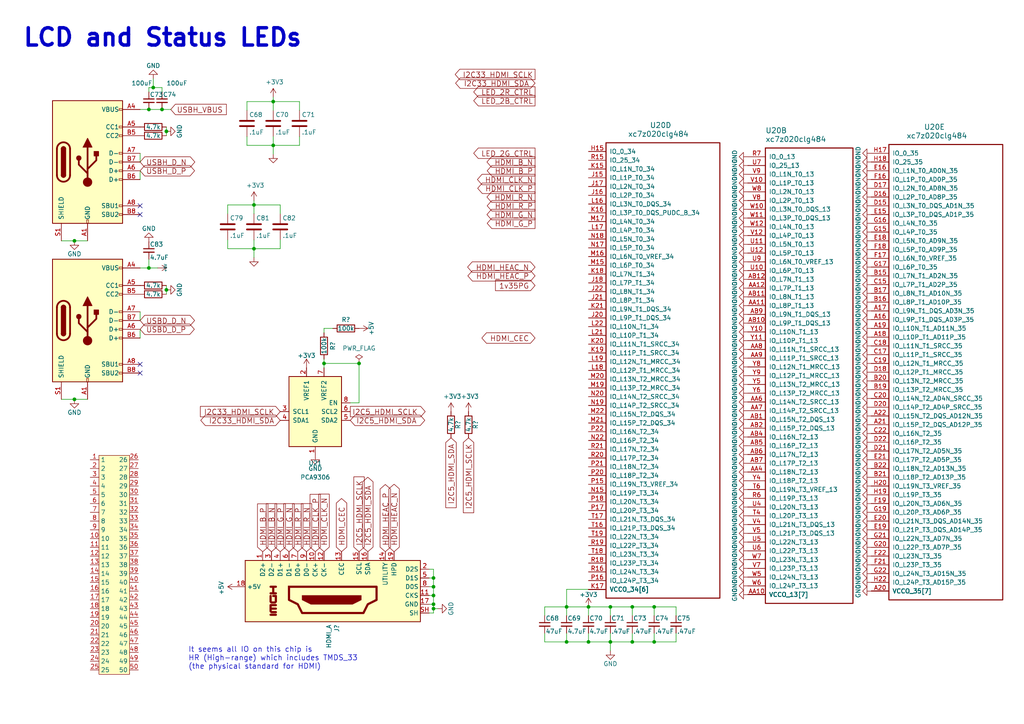
<source format=kicad_sch>
(kicad_sch (version 20230121) (generator eeschema)
  (paper "A4")
  (junction (at 104.14 105.41))
  (junction (at 125.73 172.72))
  (junction (at 183.388 176.022))
  (junction (at 125.73 175.26))
  (junction (at 43.18 31.75))
  (junction (at 48.26 84.074))
  (junction (at 79.248 42.164))
  (junction (at 21.59 69.85))
  (junction (at 164.338 186.182))
  (junction (at 125.73 170.18))
  (junction (at 177.038 176.022))
  (junction (at 73.66 59.436))
  (junction (at 125.73 167.64))
  (junction (at 79.248 29.464))
  (junction (at 43.18 77.724))
  (junction (at 177.038 186.182))
  (junction (at 21.59 115.824))
  (junction (at 170.688 176.022))
  (junction (at 93.98 105.41))
  (junction (at 125.73 176.53))
  (junction (at 73.66 72.136))
  (junction (at 46.99 31.75))
  (junction (at 189.738 176.022))
  (junction (at 164.338 176.022))
  (junction (at 189.738 186.182))
  (junction (at 48.26 38.1))
  (junction (at 183.388 186.182))
  (junction (at 170.688 186.182))
  (junction (at 44.45 25.4))
  (no_connect (at 40.64 59.69))
  (no_connect (at 40.64 108.204))
  (no_connect (at 40.64 62.23))
  (no_connect (at 40.64 105.664))
  (wire (pts (xy 48.26 82.804) (xy 48.26 84.074)))
  (wire (pts (xy 40.64 49.53) (xy 40.64 52.07)))
  (wire (pts (xy 125.73 177.8) (xy 125.73 176.53)))
  (wire (pts (xy 164.338 183.642) (xy 164.338 186.182)))
  (wire (pts (xy 96.52 95.25) (xy 93.98 95.25)))
  (wire (pts (xy 48.26 38.1) (xy 48.26 39.37)))
  (wire (pts (xy 93.98 105.41) (xy 104.14 105.41)))
  (wire (pts (xy 43.18 31.75) (xy 46.99 31.75)))
  (wire (pts (xy 124.46 172.72) (xy 125.73 172.72)))
  (wire (pts (xy 177.038 186.182) (xy 183.388 186.182)))
  (wire (pts (xy 170.688 176.022) (xy 170.688 178.562)))
  (wire (pts (xy 79.248 29.464) (xy 79.248 32.004)))
  (wire (pts (xy 17.78 69.85) (xy 21.59 69.85)))
  (wire (pts (xy 170.688 170.942) (xy 164.338 170.942)))
  (wire (pts (xy 93.98 104.14) (xy 93.98 105.41)))
  (wire (pts (xy 73.66 59.436) (xy 73.66 61.976)))
  (wire (pts (xy 73.66 69.596) (xy 73.66 72.136)))
  (wire (pts (xy 17.78 115.824) (xy 21.59 115.824)))
  (wire (pts (xy 79.248 39.624) (xy 79.248 42.164)))
  (wire (pts (xy 170.688 183.642) (xy 170.688 186.182)))
  (wire (pts (xy 104.14 116.84) (xy 101.6 116.84)))
  (wire (pts (xy 164.338 176.022) (xy 170.688 176.022)))
  (wire (pts (xy 125.73 176.53) (xy 125.73 175.26)))
  (wire (pts (xy 73.66 74.676) (xy 73.66 72.136)))
  (wire (pts (xy 93.98 95.25) (xy 93.98 96.52)))
  (wire (pts (xy 196.088 186.182) (xy 196.088 183.642)))
  (wire (pts (xy 127 176.53) (xy 125.73 176.53)))
  (wire (pts (xy 157.988 178.562) (xy 157.988 176.022)))
  (wire (pts (xy 157.988 186.182) (xy 157.988 183.642)))
  (wire (pts (xy 79.248 42.164) (xy 86.868 42.164)))
  (wire (pts (xy 183.388 186.182) (xy 189.738 186.182)))
  (wire (pts (xy 66.04 72.136) (xy 73.66 72.136)))
  (wire (pts (xy 157.988 176.022) (xy 164.338 176.022)))
  (wire (pts (xy 177.038 176.022) (xy 177.038 178.562)))
  (wire (pts (xy 86.868 32.004) (xy 86.868 29.464)))
  (wire (pts (xy 48.26 84.074) (xy 48.26 85.344)))
  (wire (pts (xy 66.04 69.596) (xy 66.04 72.136)))
  (wire (pts (xy 124.46 177.8) (xy 125.73 177.8)))
  (wire (pts (xy 170.688 176.022) (xy 177.038 176.022)))
  (wire (pts (xy 21.59 69.85) (xy 25.4 69.85)))
  (wire (pts (xy 177.038 186.182) (xy 177.038 188.722)))
  (wire (pts (xy 124.46 170.18) (xy 125.73 170.18)))
  (wire (pts (xy 43.18 77.724) (xy 45.72 77.724)))
  (wire (pts (xy 81.28 72.136) (xy 81.28 69.596)))
  (wire (pts (xy 189.738 186.182) (xy 196.088 186.182)))
  (wire (pts (xy 21.59 115.824) (xy 25.4 115.824)))
  (wire (pts (xy 170.688 186.182) (xy 177.038 186.182)))
  (wire (pts (xy 40.64 44.45) (xy 40.64 46.99)))
  (wire (pts (xy 177.038 176.022) (xy 183.388 176.022)))
  (wire (pts (xy 79.248 29.464) (xy 86.868 29.464)))
  (wire (pts (xy 86.868 42.164) (xy 86.868 39.624)))
  (wire (pts (xy 66.04 59.436) (xy 73.66 59.436)))
  (wire (pts (xy 157.988 186.182) (xy 164.338 186.182)))
  (wire (pts (xy 40.64 90.424) (xy 40.64 92.964)))
  (wire (pts (xy 125.73 175.26) (xy 125.73 172.72)))
  (wire (pts (xy 164.338 170.942) (xy 164.338 176.022)))
  (wire (pts (xy 73.66 58.166) (xy 73.66 59.436)))
  (wire (pts (xy 71.628 32.004) (xy 71.628 29.464)))
  (wire (pts (xy 177.038 183.642) (xy 177.038 186.182)))
  (wire (pts (xy 71.628 29.464) (xy 79.248 29.464)))
  (wire (pts (xy 79.248 28.194) (xy 79.248 29.464)))
  (wire (pts (xy 183.388 176.022) (xy 189.738 176.022)))
  (wire (pts (xy 66.04 61.976) (xy 66.04 59.436)))
  (wire (pts (xy 164.338 186.182) (xy 170.688 186.182)))
  (wire (pts (xy 183.388 176.022) (xy 183.388 178.562)))
  (wire (pts (xy 125.73 172.72) (xy 125.73 170.18)))
  (wire (pts (xy 73.66 59.436) (xy 81.28 59.436)))
  (wire (pts (xy 125.73 167.64) (xy 125.73 165.1)))
  (wire (pts (xy 125.73 175.26) (xy 124.46 175.26)))
  (wire (pts (xy 104.14 105.41) (xy 104.14 116.84)))
  (wire (pts (xy 44.45 25.4) (xy 46.99 25.4)))
  (wire (pts (xy 189.738 178.562) (xy 189.738 176.022)))
  (wire (pts (xy 81.28 61.976) (xy 81.28 59.436)))
  (wire (pts (xy 71.628 42.164) (xy 79.248 42.164)))
  (wire (pts (xy 71.628 39.624) (xy 71.628 42.164)))
  (wire (pts (xy 43.18 25.4) (xy 43.18 26.67)))
  (wire (pts (xy 46.99 31.75) (xy 49.53 31.75)))
  (wire (pts (xy 196.088 176.022) (xy 196.088 178.562)))
  (wire (pts (xy 40.64 31.75) (xy 43.18 31.75)))
  (wire (pts (xy 125.73 170.18) (xy 125.73 167.64)))
  (wire (pts (xy 43.18 75.184) (xy 43.18 77.724)))
  (wire (pts (xy 164.338 176.022) (xy 164.338 178.562)))
  (wire (pts (xy 43.18 25.4) (xy 44.45 25.4)))
  (wire (pts (xy 189.738 176.022) (xy 196.088 176.022)))
  (wire (pts (xy 44.45 22.86) (xy 44.45 25.4)))
  (wire (pts (xy 93.98 105.41) (xy 93.98 106.68)))
  (wire (pts (xy 73.66 72.136) (xy 81.28 72.136)))
  (wire (pts (xy 125.73 165.1) (xy 124.46 165.1)))
  (wire (pts (xy 40.64 77.724) (xy 43.18 77.724)))
  (wire (pts (xy 124.46 167.64) (xy 125.73 167.64)))
  (wire (pts (xy 189.738 183.642) (xy 189.738 186.182)))
  (wire (pts (xy 183.388 183.642) (xy 183.388 186.182)))
  (wire (pts (xy 48.26 36.83) (xy 48.26 38.1)))
  (wire (pts (xy 46.99 25.4) (xy 46.99 26.67)))
  (wire (pts (xy 79.248 44.704) (xy 79.248 42.164)))
  (wire (pts (xy 40.64 95.504) (xy 40.64 98.044)))
  (text "LCD and Status LEDs" (at 6.35 13.97 0) (effects (font (size 5.0038 5.0038) (thickness 1.0008) bold) (justify left bottom)))
  (text "It seems all IO on this chip is \nHR (High-range) which includes TMDS_33\n(the physical standard for HDMI)" (at 54.61 194.31 0) (effects (font (size 1.524 1.524)) (justify left bottom)))
  (global_label "USBH_D_P" (shape bidirectional) (at 40.64 49.53 0) (effects (font (size 1.524 1.524))) (property "Intersheetrefs" "${INTERSHEET_REFS}" (effects hide)))
  (global_label "HDMI_CLK_N" (shape output) (at 155.194 52.07 180) (effects (font (size 1.524 1.524))) (property "Intersheetrefs" "${INTERSHEET_REFS}" (effects hide)))
  (global_label "HDMI_CLK_P" (shape input) (at 91.44 160.02 90) (effects (font (size 1.524 1.524))) (property "Intersheetrefs" "${INTERSHEET_REFS}" (effects hide)))
  (global_label "I2C5_HDMI_SDA" (shape input) (at 130.81 127 270) (effects (font (size 1.524 1.524))) (property "Intersheetrefs" "${INTERSHEET_REFS}" (effects hide)))
  (global_label "I2C33_HDMI_SCLK" (shape input) (at 81.28 119.38 180) (effects (font (size 1.524 1.524))) (property "Intersheetrefs" "${INTERSHEET_REFS}" (effects hide)))
  (global_label "1v35PG" (shape input) (at 155.194 82.804 180) (effects (font (size 1.524 1.524))) (property "Intersheetrefs" "${INTERSHEET_REFS}" (effects hide)))
  (global_label "HDMI_CLK_N" (shape input) (at 93.98 160.02 90) (effects (font (size 1.524 1.524))) (property "Intersheetrefs" "${INTERSHEET_REFS}" (effects hide)))
  (global_label "I2C5_HDMI_SDA" (shape bidirectional) (at 101.6 121.92 0) (effects (font (size 1.524 1.524))) (property "Intersheetrefs" "${INTERSHEET_REFS}" (effects hide)))
  (global_label "HDMI_B_N" (shape output) (at 155.194 46.99 180) (effects (font (size 1.524 1.524))) (property "Intersheetrefs" "${INTERSHEET_REFS}" (effects hide)))
  (global_label "HDMI_HEAC_P" (shape bidirectional) (at 111.76 160.02 90) (effects (font (size 1.524 1.524))) (property "Intersheetrefs" "${INTERSHEET_REFS}" (effects hide)))
  (global_label "HDMI_R_P" (shape input) (at 86.36 160.02 90) (effects (font (size 1.524 1.524))) (property "Intersheetrefs" "${INTERSHEET_REFS}" (effects hide)))
  (global_label "HDMI_CEC" (shape bidirectional) (at 99.06 160.02 90) (effects (font (size 1.524 1.524))) (property "Intersheetrefs" "${INTERSHEET_REFS}" (effects hide)))
  (global_label "LED_2G_CTRL" (shape output) (at 155.194 44.45 180) (effects (font (size 1.524 1.524))) (property "Intersheetrefs" "${INTERSHEET_REFS}" (effects hide)))
  (global_label "HDMI_B_N" (shape input) (at 78.74 160.02 90) (effects (font (size 1.524 1.524))) (property "Intersheetrefs" "${INTERSHEET_REFS}" (effects hide)))
  (global_label "LED_2R_CTRL" (shape output) (at 155.194 26.67 180) (effects (font (size 1.524 1.524))) (property "Intersheetrefs" "${INTERSHEET_REFS}" (effects hide)))
  (global_label "HDMI_G_N" (shape output) (at 155.194 62.23 180) (effects (font (size 1.524 1.524))) (property "Intersheetrefs" "${INTERSHEET_REFS}" (effects hide)))
  (global_label "HDMI_R_P" (shape output) (at 155.194 59.69 180) (effects (font (size 1.524 1.524))) (property "Intersheetrefs" "${INTERSHEET_REFS}" (effects hide)))
  (global_label "USBH_VBUS" (shape input) (at 49.53 31.75 0) (effects (font (size 1.524 1.524))) (property "Intersheetrefs" "${INTERSHEET_REFS}" (effects hide)))
  (global_label "I2C5_HDMI_SCLK" (shape output) (at 101.6 119.38 0) (effects (font (size 1.524 1.524))) (property "Intersheetrefs" "${INTERSHEET_REFS}" (effects hide)))
  (global_label "HDMI_G_P" (shape input) (at 81.28 160.02 90) (effects (font (size 1.524 1.524))) (property "Intersheetrefs" "${INTERSHEET_REFS}" (effects hide)))
  (global_label "I2C33_HDMI_SCLK" (shape output) (at 155.194 21.59 180) (effects (font (size 1.524 1.524))) (property "Intersheetrefs" "${INTERSHEET_REFS}" (effects hide)))
  (global_label "HDMI_CLK_P" (shape output) (at 155.194 54.61 180) (effects (font (size 1.524 1.524))) (property "Intersheetrefs" "${INTERSHEET_REFS}" (effects hide)))
  (global_label "HDMI_R_N" (shape output) (at 155.194 57.15 180) (effects (font (size 1.524 1.524))) (property "Intersheetrefs" "${INTERSHEET_REFS}" (effects hide)))
  (global_label "HDMI_G_N" (shape input) (at 83.82 160.02 90) (effects (font (size 1.524 1.524))) (property "Intersheetrefs" "${INTERSHEET_REFS}" (effects hide)))
  (global_label "I2C5_HDMI_SDA" (shape bidirectional) (at 106.68 160.02 90) (effects (font (size 1.524 1.524))) (property "Intersheetrefs" "${INTERSHEET_REFS}" (effects hide)))
  (global_label "HDMI_B_P" (shape input) (at 76.2 160.02 90) (effects (font (size 1.524 1.524))) (property "Intersheetrefs" "${INTERSHEET_REFS}" (effects hide)))
  (global_label "HDMI_HEAC_N" (shape bidirectional) (at 155.194 77.47 180) (effects (font (size 1.524 1.524))) (property "Intersheetrefs" "${INTERSHEET_REFS}" (effects hide)))
  (global_label "I2C33_HDMI_SDA" (shape bidirectional) (at 81.28 121.92 180) (effects (font (size 1.524 1.524))) (property "Intersheetrefs" "${INTERSHEET_REFS}" (effects hide)))
  (global_label "HDMI_B_P" (shape output) (at 155.194 49.53 180) (effects (font (size 1.524 1.524))) (property "Intersheetrefs" "${INTERSHEET_REFS}" (effects hide)))
  (global_label "LED_2B_CTRL" (shape output) (at 155.194 29.21 180) (effects (font (size 1.524 1.524))) (property "Intersheetrefs" "${INTERSHEET_REFS}" (effects hide)))
  (global_label "USBD_D_N" (shape bidirectional) (at 40.64 92.964 0) (effects (font (size 1.524 1.524))) (property "Intersheetrefs" "${INTERSHEET_REFS}" (effects hide)))
  (global_label "HDMI_R_N" (shape input) (at 88.9 160.02 90) (effects (font (size 1.524 1.524))) (property "Intersheetrefs" "${INTERSHEET_REFS}" (effects hide)))
  (global_label "HDMI_HEAC_P" (shape bidirectional) (at 155.194 80.01 180) (effects (font (size 1.524 1.524))) (property "Intersheetrefs" "${INTERSHEET_REFS}" (effects hide)))
  (global_label "I2C5_HDMI_SCLK" (shape input) (at 104.14 160.02 90) (effects (font (size 1.524 1.524))) (property "Intersheetrefs" "${INTERSHEET_REFS}" (effects hide)))
  (global_label "I2C33_HDMI_SDA" (shape bidirectional) (at 155.194 24.13 180) (effects (font (size 1.524 1.524))) (property "Intersheetrefs" "${INTERSHEET_REFS}" (effects hide)))
  (global_label "HDMI_G_P" (shape output) (at 155.194 64.77 180) (effects (font (size 1.524 1.524))) (property "Intersheetrefs" "${INTERSHEET_REFS}" (effects hide)))
  (global_label "I2C5_HDMI_SCLK" (shape input) (at 135.89 127 270) (effects (font (size 1.524 1.524))) (property "Intersheetrefs" "${INTERSHEET_REFS}" (effects hide)))
  (global_label "HDMI_HEAC_N" (shape bidirectional) (at 114.3 160.02 90) (effects (font (size 1.524 1.524))) (property "Intersheetrefs" "${INTERSHEET_REFS}" (effects hide)))
  (global_label "USBH_D_N" (shape bidirectional) (at 40.64 46.99 0) (effects (font (size 1.524 1.524))) (property "Intersheetrefs" "${INTERSHEET_REFS}" (effects hide)))
  (global_label "USBD_D_P" (shape bidirectional) (at 40.64 95.504 0) (effects (font (size 1.524 1.524))) (property "Intersheetrefs" "${INTERSHEET_REFS}" (effects hide)))
  (global_label "HDMI_CEC" (shape bidirectional) (at 155.194 98.044 180) (effects (font (size 1.524 1.524))) (property "Intersheetrefs" "${INTERSHEET_REFS}" (effects hide)))
  (symbol (lib_id "xilinx7:xc7z020clg484") (at 216.916 45.466 0) (unit 2)
    (property "Reference" "U20" (at 221.996 37.846 0) (effects (font (size 1.524 1.524)) (justify left)))
    (property "Value" "xc7z020clg484" (at 221.996 40.386 0) (effects (font (size 1.524 1.524)) (justify left)))
    (property "Footprint" "DFTcustom:BGA-484_19.0x19.0mm_Layout22x22_P0.80mm_dia0.40mm" (effects hide))
    (property "MFR" "Xilinx" (effects hide))
    (property "MPN" "XC7Z020-1CLG484C" (effects hide))
    (property "SPR" "Digikey" (effects hide))
    (property "SPN" "122-1850-ND" (effects hide))
    (property "SPURL" "-" (effects hide))
  )
  (symbol (lib_id "Connector:HDMI_A") (at 96.52 170.18 90) (mirror x) (unit 1)
    (property "Reference" "J?" (at 97.6884 181.102 0) (effects (justify left)))
    (property "Value" "HDMI_A" (at 95.377 181.102 0) (effects (justify left)))
    (property "Footprint" "DFTcustom:10029449-111RLF" (effects hide))
    (property "Datasheet" "https://en.wikipedia.org/wiki/HDMI" (effects hide))
    (property "MFR" "Amphenol ICC" (effects hide))
    (property "MPN" "10029449-111RLF" (effects hide))
    (property "SPR" "Digikey" (effects hide))
    (property "SPN" "609-4614-1-ND" (effects hide))
    (property "SPURL" "-" (effects hide))
    (instances (project "DFTBoard" (path "" (reference "J?") (unit 1)) (path "" (reference "J9") (unit 1))))
  )
  (symbol (lib_id "power:+5V") (at 68.58 170.18 90) (mirror x) (unit 1)
    (property "Reference" "#PWR?" (effects hide))
    (property "Value" "+5V" (at 64.1858 170.561 0))
    (instances (project "DFTBoard" (path "" (reference "#PWR?") (unit 1)) (path "" (reference "#PWR0174") (unit 1))))
  )
  (symbol (lib_id "power:GND") (at 127 176.53 90) (mirror x) (unit 1)
    (property "Reference" "#PWR0175" (effects hide))
    (property "Value" "GND" (at 130.81 176.53 0))
    (instances (project "DFTBoard" (path "" (reference "#PWR0175") (unit 1)) (path "" (reference "#PWR?") (unit 1))))
  )
  (symbol (lib_id "xilinx7:xc7z020clg484") (at 170.688 43.942 0) (unit 4)
    (property "Reference" "U20" (at 188.468 36.322 0) (effects (font (size 1.524 1.524)) (justify left)))
    (property "Value" "xc7z020clg484" (at 182.118 38.862 0) (effects (font (size 1.524 1.524)) (justify left)))
    (property "Footprint" "DFTcustom:BGA-484_19.0x19.0mm_Layout22x22_P0.80mm_dia0.40mm" (effects hide))
    (property "MFR" "Xilinx" (effects hide))
    (property "MPN" "XC7Z020-1CLG484C" (effects hide))
    (property "SPR" "Digikey" (effects hide))
    (property "SPN" "122-1850-ND" (effects hide))
    (property "SPURL" "-" (effects hide))
  )
  (symbol (lib_id "xilinx7:xc7z020clg484") (at 252.73 44.45 0) (unit 5)
    (property "Reference" "U20" (at 267.97 36.83 0) (effects (font (size 1.524 1.524)) (justify left)))
    (property "Value" "xc7z020clg484" (at 262.89 39.37 0) (effects (font (size 1.524 1.524)) (justify left)))
    (property "Footprint" "DFTcustom:BGA-484_19.0x19.0mm_Layout22x22_P0.80mm_dia0.40mm" (effects hide))
    (property "MFR" "Xilinx" (effects hide))
    (property "MPN" "XC7Z020-1CLG484C" (effects hide))
    (property "SPR" "Digikey" (effects hide))
    (property "SPN" "122-1850-ND" (effects hide))
    (property "SPURL" "-" (effects hide))
  )
  (symbol (lib_id "Interface:PCA9306") (at 91.44 119.38 0) (unit 1)
    (property "Reference" "U21" (at 91.44 134.3406 0))
    (property "Value" "PCA9306" (at 91.44 138.43 0))
    (property "Footprint" "Package_SO:SSOP-8_2.95x2.8mm_P0.65mm" (effects hide))
    (property "Datasheet" "http://www.ti.com/lit/ds/symlink/pca9306.pdf" (effects hide))
    (property "MFR" "Texas Instruments" (effects hide))
    (property "MPN" "PCA9306DCTR" (effects hide))
    (property "SPR" "Digikey" (effects hide))
    (property "SPN" "296-18509-2-ND" (effects hide))
    (property "SPURL" "-" (effects hide))
  )
  (symbol (lib_id "power:+3V3") (at 88.9 106.68 0) (unit 1)
    (property "Reference" "#PWR0340" (effects hide))
    (property "Value" "+3.3V" (at 88.9 103.124 0))
  )
  (symbol (lib_id "power:+5V") (at 104.14 95.25 270) (unit 1)
    (property "Reference" "#PWR?" (effects hide))
    (property "Value" "+5V" (at 107.696 95.25 0))
    (instances (project "DFTBoard" (path "" (reference "#PWR?") (unit 1)) (path "" (reference "#PWR?") (unit 1)) (path "" (reference "#PWR0341") (unit 1))))
  )
  (symbol (lib_id "power:GND") (at 91.44 132.08 0) (mirror y) (unit 1)
    (property "Reference" "#PWR0342" (effects hide))
    (property "Value" "GND" (at 91.44 135.89 0))
    (instances (project "DFTBoard" (path "" (reference "#PWR0342") (unit 1)) (path "" (reference "#PWR?") (unit 1))))
  )
  (symbol (lib_id "power:GND") (at 252.73 44.45 270) (unit 1)
    (property "Reference" "#PWR0287" (effects hide))
    (property "Value" "GND" (at 248.92 44.45 0))
  )
  (symbol (lib_id "power:GND") (at 252.73 46.99 270) (unit 1)
    (property "Reference" "#PWR0288" (effects hide))
    (property "Value" "GND" (at 248.92 46.99 0))
  )
  (symbol (lib_id "power:GND") (at 252.73 49.53 270) (unit 1)
    (property "Reference" "#PWR0289" (effects hide))
    (property "Value" "GND" (at 248.92 49.53 0))
  )
  (symbol (lib_id "power:GND") (at 252.73 52.07 270) (unit 1)
    (property "Reference" "#PWR0290" (effects hide))
    (property "Value" "GND" (at 248.92 52.07 0))
  )
  (symbol (lib_id "power:GND") (at 252.73 54.61 270) (unit 1)
    (property "Reference" "#PWR0291" (effects hide))
    (property "Value" "GND" (at 248.92 54.61 0))
  )
  (symbol (lib_id "power:GND") (at 252.73 57.15 270) (unit 1)
    (property "Reference" "#PWR0292" (effects hide))
    (property "Value" "GND" (at 248.92 57.15 0))
  )
  (symbol (lib_id "power:GND") (at 252.73 59.69 270) (unit 1)
    (property "Reference" "#PWR0293" (effects hide))
    (property "Value" "GND" (at 248.92 59.69 0))
  )
  (symbol (lib_id "power:GND") (at 252.73 62.23 270) (unit 1)
    (property "Reference" "#PWR0294" (effects hide))
    (property "Value" "GND" (at 248.92 62.23 0))
  )
  (symbol (lib_id "power:GND") (at 252.73 64.77 270) (unit 1)
    (property "Reference" "#PWR0295" (effects hide))
    (property "Value" "GND" (at 248.92 64.77 0))
  )
  (symbol (lib_id "power:GND") (at 252.73 67.31 270) (unit 1)
    (property "Reference" "#PWR0296" (effects hide))
    (property "Value" "GND" (at 248.92 67.31 0))
  )
  (symbol (lib_id "power:GND") (at 252.73 69.85 270) (unit 1)
    (property "Reference" "#PWR0297" (effects hide))
    (property "Value" "GND" (at 248.92 69.85 0))
  )
  (symbol (lib_id "power:GND") (at 252.73 72.39 270) (unit 1)
    (property "Reference" "#PWR0298" (effects hide))
    (property "Value" "GND" (at 248.92 72.39 0))
  )
  (symbol (lib_id "power:GND") (at 252.73 74.93 270) (unit 1)
    (property "Reference" "#PWR0299" (effects hide))
    (property "Value" "GND" (at 248.92 74.93 0))
  )
  (symbol (lib_id "power:GND") (at 252.73 77.47 270) (unit 1)
    (property "Reference" "#PWR0300" (effects hide))
    (property "Value" "GND" (at 248.92 77.47 0))
  )
  (symbol (lib_id "power:GND") (at 252.73 80.01 270) (unit 1)
    (property "Reference" "#PWR0301" (effects hide))
    (property "Value" "GND" (at 248.92 80.01 0))
  )
  (symbol (lib_id "power:GND") (at 252.73 82.55 270) (unit 1)
    (property "Reference" "#PWR0302" (effects hide))
    (property "Value" "GND" (at 248.92 82.55 0))
  )
  (symbol (lib_id "power:GND") (at 252.73 85.09 270) (unit 1)
    (property "Reference" "#PWR0303" (effects hide))
    (property "Value" "GND" (at 248.92 85.09 0))
  )
  (symbol (lib_id "power:GND") (at 252.73 87.63 270) (unit 1)
    (property "Reference" "#PWR0304" (effects hide))
    (property "Value" "GND" (at 248.92 87.63 0))
  )
  (symbol (lib_id "power:GND") (at 252.73 90.17 270) (unit 1)
    (property "Reference" "#PWR0305" (effects hide))
    (property "Value" "GND" (at 248.92 90.17 0))
  )
  (symbol (lib_id "power:GND") (at 252.73 92.71 270) (unit 1)
    (property "Reference" "#PWR0306" (effects hide))
    (property "Value" "GND" (at 248.92 92.71 0))
  )
  (symbol (lib_id "power:GND") (at 252.73 95.25 270) (unit 1)
    (property "Reference" "#PWR0307" (effects hide))
    (property "Value" "GND" (at 248.92 95.25 0))
  )
  (symbol (lib_id "power:GND") (at 252.73 97.79 270) (unit 1)
    (property "Reference" "#PWR0308" (effects hide))
    (property "Value" "GND" (at 248.92 97.79 0))
  )
  (symbol (lib_id "power:GND") (at 252.73 100.33 270) (unit 1)
    (property "Reference" "#PWR0309" (effects hide))
    (property "Value" "GND" (at 248.92 100.33 0))
  )
  (symbol (lib_id "power:GND") (at 252.73 102.87 270) (unit 1)
    (property "Reference" "#PWR0310" (effects hide))
    (property "Value" "GND" (at 248.92 102.87 0))
  )
  (symbol (lib_id "power:GND") (at 252.73 105.41 270) (unit 1)
    (property "Reference" "#PWR0311" (effects hide))
    (property "Value" "GND" (at 248.92 105.41 0))
  )
  (symbol (lib_id "power:GND") (at 252.73 107.95 270) (unit 1)
    (property "Reference" "#PWR0312" (effects hide))
    (property "Value" "GND" (at 248.92 107.95 0))
  )
  (symbol (lib_id "power:GND") (at 252.73 110.49 270) (unit 1)
    (property "Reference" "#PWR0313" (effects hide))
    (property "Value" "GND" (at 248.92 110.49 0))
  )
  (symbol (lib_id "power:GND") (at 252.73 113.03 270) (unit 1)
    (property "Reference" "#PWR0314" (effects hide))
    (property "Value" "GND" (at 248.92 113.03 0))
  )
  (symbol (lib_id "power:GND") (at 252.73 115.57 270) (unit 1)
    (property "Reference" "#PWR0315" (effects hide))
    (property "Value" "GND" (at 248.92 115.57 0))
  )
  (symbol (lib_id "power:GND") (at 252.73 118.11 270) (unit 1)
    (property "Reference" "#PWR0316" (effects hide))
    (property "Value" "GND" (at 248.92 118.11 0))
  )
  (symbol (lib_id "power:GND") (at 252.73 120.65 270) (unit 1)
    (property "Reference" "#PWR0317" (effects hide))
    (property "Value" "GND" (at 248.92 120.65 0))
  )
  (symbol (lib_id "power:GND") (at 252.73 123.19 270) (unit 1)
    (property "Reference" "#PWR0318" (effects hide))
    (property "Value" "GND" (at 248.92 123.19 0))
  )
  (symbol (lib_id "power:GND") (at 252.73 125.73 270) (unit 1)
    (property "Reference" "#PWR0319" (effects hide))
    (property "Value" "GND" (at 248.92 125.73 0))
  )
  (symbol (lib_id "power:GND") (at 252.73 128.27 270) (unit 1)
    (property "Reference" "#PWR0320" (effects hide))
    (property "Value" "GND" (at 248.92 128.27 0))
  )
  (symbol (lib_id "power:GND") (at 252.73 130.81 270) (unit 1)
    (property "Reference" "#PWR0321" (effects hide))
    (property "Value" "GND" (at 248.92 130.81 0))
  )
  (symbol (lib_id "power:GND") (at 252.73 133.35 270) (unit 1)
    (property "Reference" "#PWR0322" (effects hide))
    (property "Value" "GND" (at 248.92 133.35 0))
  )
  (symbol (lib_id "power:GND") (at 252.73 135.89 270) (unit 1)
    (property "Reference" "#PWR0323" (effects hide))
    (property "Value" "GND" (at 248.92 135.89 0))
  )
  (symbol (lib_id "power:GND") (at 252.73 138.43 270) (unit 1)
    (property "Reference" "#PWR0324" (effects hide))
    (property "Value" "GND" (at 248.92 138.43 0))
  )
  (symbol (lib_id "power:GND") (at 252.73 140.97 270) (unit 1)
    (property "Reference" "#PWR0325" (effects hide))
    (property "Value" "GND" (at 248.92 140.97 0))
  )
  (symbol (lib_id "power:GND") (at 252.73 143.51 270) (unit 1)
    (property "Reference" "#PWR0326" (effects hide))
    (property "Value" "GND" (at 248.92 143.51 0))
  )
  (symbol (lib_id "power:GND") (at 252.73 146.05 270) (unit 1)
    (property "Reference" "#PWR0327" (effects hide))
    (property "Value" "GND" (at 248.92 146.05 0))
  )
  (symbol (lib_id "power:GND") (at 252.73 148.59 270) (unit 1)
    (property "Reference" "#PWR0328" (effects hide))
    (property "Value" "GND" (at 248.92 148.59 0))
  )
  (symbol (lib_id "power:GND") (at 252.73 151.13 270) (unit 1)
    (property "Reference" "#PWR0329" (effects hide))
    (property "Value" "GND" (at 248.92 151.13 0))
  )
  (symbol (lib_id "power:GND") (at 252.73 153.67 270) (unit 1)
    (property "Reference" "#PWR0330" (effects hide))
    (property "Value" "GND" (at 248.92 153.67 0))
  )
  (symbol (lib_id "power:GND") (at 252.73 156.21 270) (unit 1)
    (property "Reference" "#PWR0331" (effects hide))
    (property "Value" "GND" (at 248.92 156.21 0))
  )
  (symbol (lib_id "power:GND") (at 252.73 158.75 270) (unit 1)
    (property "Reference" "#PWR0332" (effects hide))
    (property "Value" "GND" (at 248.92 158.75 0))
  )
  (symbol (lib_id "power:GND") (at 252.73 161.29 270) (unit 1)
    (property "Reference" "#PWR0333" (effects hide))
    (property "Value" "GND" (at 248.92 161.29 0))
  )
  (symbol (lib_id "power:GND") (at 252.73 163.83 270) (unit 1)
    (property "Reference" "#PWR0334" (effects hide))
    (property "Value" "GND" (at 248.92 163.83 0))
  )
  (symbol (lib_id "power:GND") (at 252.73 166.37 270) (unit 1)
    (property "Reference" "#PWR0335" (effects hide))
    (property "Value" "GND" (at 248.92 166.37 0))
  )
  (symbol (lib_id "power:GND") (at 252.73 168.91 270) (unit 1)
    (property "Reference" "#PWR0336" (effects hide))
    (property "Value" "GND" (at 248.92 168.91 0))
  )
  (symbol (lib_id "power:GND") (at 252.73 171.45 270) (unit 1)
    (property "Reference" "#PWR0337" (effects hide))
    (property "Value" "GND" (at 248.92 171.45 0))
  )
  (symbol (lib_id "Device:R") (at 130.81 123.19 0) (unit 1)
    (property "Reference" "R?" (at 132.842 123.19 90))
    (property "Value" "4.7k" (at 130.81 123.19 90))
    (property "Footprint" "Resistor_SMD:R_0402_1005Metric" (effects hide))
    (property "MFR" "Yageo" (effects hide))
    (property "MPN" "RC0402JR-074K7L" (effects hide))
    (property "SPR" "Digikey" (effects hide))
    (property "SPN" "311-4.7KJRCT-ND" (effects hide))
    (instances (project "DFTBoard" (path "" (reference "R?") (unit 1)) (path "" (reference "R82") (unit 1)) (path "" (reference "R?") (unit 1)) (path "" (reference "R?") (unit 1))))
  )
  (symbol (lib_id "Device:R") (at 135.89 123.19 0) (unit 1)
    (property "Reference" "R?" (at 137.922 123.19 90))
    (property "Value" "4.7k" (at 135.89 123.19 90))
    (property "Footprint" "Resistor_SMD:R_0402_1005Metric" (effects hide))
    (property "MFR" "Yageo" (effects hide))
    (property "MPN" "RC0402JR-074K7L" (effects hide))
    (property "SPR" "Digikey" (effects hide))
    (property "SPN" "311-4.7KJRCT-ND" (effects hide))
    (instances (project "DFTBoard" (path "" (reference "R?") (unit 1)) (path "" (reference "R83") (unit 1)) (path "" (reference "R?") (unit 1)) (path "" (reference "R?") (unit 1))))
  )
  (symbol (lib_id "power:+3V3") (at 130.81 119.38 0) (unit 1)
    (property "Reference" "#PWR?" (effects hide))
    (property "Value" "+3.3V" (at 131.191 114.9858 0))
    (instances (project "DFTBoard" (path "" (reference "#PWR?") (unit 1)) (path "" (reference "#PWR?") (unit 1)) (path "" (reference "#PWR0344") (unit 1))))
  )
  (symbol (lib_id "power:+3V3") (at 135.89 119.38 0) (unit 1)
    (property "Reference" "#PWR?" (effects hide))
    (property "Value" "+3.3V" (at 136.271 114.9858 0))
    (instances (project "DFTBoard" (path "" (reference "#PWR?") (unit 1)) (path "" (reference "#PWR?") (unit 1)) (path "" (reference "#PWR0345") (unit 1))))
  )
  (symbol (lib_id "Device:R") (at 93.98 100.33 180) (unit 1)
    (property "Reference" "R?" (at 96.52 100.33 90))
    (property "Value" "100k" (at 93.98 100.33 90))
    (property "Footprint" "Resistor_SMD:R_0402_1005Metric" (effects hide))
    (property "MFR" "Yageo" (effects hide))
    (property "MPN" "RC0402FR-07100KL" (effects hide))
    (property "SPR" "Digikey" (effects hide))
    (property "SPN" "311-100KLRTR-ND" (effects hide))
    (instances (project "DFTBoard" (path "" (reference "R?") (unit 1)) (path "" (reference "R?") (unit 1)) (path "" (reference "R34") (unit 1))))
  )
  (symbol (lib_id "Device:R") (at 100.33 95.25 90) (unit 1)
    (property "Reference" "R?" (at 100.33 92.71 90))
    (property "Value" "100k" (at 100.33 95.25 90))
    (property "Footprint" "Resistor_SMD:R_0402_1005Metric" (effects hide))
    (property "MFR" "Yageo" (effects hide))
    (property "MPN" "RC0402FR-07100KL" (effects hide))
    (property "SPR" "Digikey" (effects hide))
    (property "SPN" "311-100KLRTR-ND" (effects hide))
    (instances (project "DFTBoard" (path "" (reference "R?") (unit 1)) (path "" (reference "R?") (unit 1)) (path "" (reference "R81") (unit 1))))
  )
  (symbol (lib_id "power:PWR_FLAG") (at 104.14 105.41 0) (unit 1)
    (property "Reference" "#FLG0102" (effects hide))
    (property "Value" "PWR_FLAG" (at 104.14 101.0158 0))
  )
  (symbol (lib_id "Device:C") (at 71.628 35.814 0) (unit 1)
    (property "Reference" "C68" (at 72.263 33.274 0) (effects (justify left)))
    (property "Value" ".1uF" (at 72.263 38.354 0) (effects (justify left)))
    (property "Footprint" "Capacitor_SMD:C_0402_1005Metric" (effects hide))
    (property "MFR" "Yageo" (effects hide))
    (property "MPN" "CC0402KRX7R6BB104" (effects hide))
    (property "SPR" "Digikey" (effects hide))
    (property "SPN" "311-1345-1-ND" (effects hide))
    (instances (project "DFTBoard" (path "" (reference "C68") (unit 1)) (path "" (reference "C?") (unit 1)) (path "" (reference "C16") (unit 1))))
  )
  (symbol (lib_id "power:GND") (at 216.916 169.926 270) (unit 1)
    (property "Reference" "#PWR0136" (effects hide))
    (property "Value" "GND" (at 213.106 169.926 0))
  )
  (symbol (lib_id "power:GND") (at 216.916 139.446 270) (unit 1)
    (property "Reference" "#PWR0124" (effects hide))
    (property "Value" "GND" (at 213.106 139.446 0))
  )
  (symbol (lib_id "power:GND") (at 73.66 74.676 0) (unit 1)
    (property "Reference" "#PWR0126" (effects hide))
    (property "Value" "GND" (effects hide))
    (instances (project "DFTBoard" (path "" (reference "#PWR0126") (unit 1)) (path "" (reference "#PWR067") (unit 1))))
  )
  (symbol (lib_id "Device:C_Small") (at 189.738 181.102 0) (unit 1)
    (property "Reference" "C74" (at 189.992 179.324 0) (effects (justify left)))
    (property "Value" ".47uF" (at 189.992 183.134 0) (effects (justify left)))
    (property "Footprint" "Capacitor_SMD:C_0402_1005Metric" (effects hide))
    (property "MFR" "Yageo" (effects hide))
    (property "MPN" "CC0402KRX5R5BB474" (effects hide))
    (property "SPR" "Digikey" (effects hide))
    (property "SPN" "311-1684-1-ND" (effects hide))
  )
  (symbol (lib_id "power:GND") (at 48.26 84.074 90) (unit 1)
    (property "Reference" "#PWR0114" (effects hide))
    (property "Value" "GND" (at 52.07 84.074 0))
    (instances (project "DFTBoard" (path "" (reference "#PWR0114") (unit 1)) (path "" (reference "#PWR069") (unit 1))))
  )
  (symbol (lib_id "Device:R") (at 44.45 36.83 90) (unit 1)
    (property "Reference" "R?" (effects hide))
    (property "Value" "4.7k" (at 44.45 36.83 90))
    (property "Footprint" "Resistor_SMD:R_0402_1005Metric" (effects hide))
    (property "MFR" "Yageo" (effects hide))
    (property "MPN" "RC0402JR-074K7L" (effects hide))
    (property "SPR" "Digikey" (effects hide))
    (property "SPN" "311-4.7KJRCT-ND" (effects hide))
    (instances (project "DFTBoard" (path "" (reference "R?") (unit 1)) (path "" (reference "R12") (unit 1)) (path "" (reference "R?") (unit 1)) (path "" (reference "R?") (unit 1))))
  )
  (symbol (lib_id "power:GND") (at 216.916 159.766 270) (unit 1)
    (property "Reference" "#PWR0132" (effects hide))
    (property "Value" "GND" (at 213.106 159.766 0))
  )
  (symbol (lib_id "Device:C_Small") (at 157.988 181.102 0) (unit 1)
    (property "Reference" "C68" (at 158.242 179.324 0) (effects (justify left)))
    (property "Value" "47uF" (at 158.242 183.134 0) (effects (justify left)))
    (property "Footprint" "Capacitor_SMD:C_1210_3225Metric" (effects hide))
    (property "MFR" "Murata Manufacturing Co Ltd" (effects hide))
    (property "MPN" "GRM32ER70J476ME20L" (effects hide))
    (property "SPR" "Digikey" (effects hide))
    (property "SPN" "490-6542-1-ND" (effects hide))
  )
  (symbol (lib_id "power:GND") (at 216.916 154.686 270) (unit 1)
    (property "Reference" "#PWR0130" (effects hide))
    (property "Value" "GND" (at 213.106 154.686 0))
  )
  (symbol (lib_id "Device:C_Small") (at 177.038 181.102 0) (unit 1)
    (property "Reference" "C71" (at 177.292 179.324 0) (effects (justify left)))
    (property "Value" ".47uF" (at 177.292 183.134 0) (effects (justify left)))
    (property "Footprint" "Capacitor_SMD:C_0402_1005Metric" (effects hide))
    (property "MFR" "Yageo" (effects hide))
    (property "MPN" "CC0402KRX5R5BB474" (effects hide))
    (property "SPR" "Digikey" (effects hide))
    (property "SPN" "311-1684-1-ND" (effects hide))
  )
  (symbol (lib_id "power:GND") (at 216.916 88.646 270) (unit 1)
    (property "Reference" "#PWR096" (effects hide))
    (property "Value" "GND" (at 213.106 88.646 0))
  )
  (symbol (lib_id "power:GND") (at 216.916 106.426 270) (unit 1)
    (property "Reference" "#PWR0107" (effects hide))
    (property "Value" "GND" (at 213.106 106.426 0))
  )
  (symbol (lib_id "power:GND") (at 216.916 75.946 270) (unit 1)
    (property "Reference" "#PWR088" (effects hide))
    (property "Value" "GND" (at 213.106 75.946 0))
  )
  (symbol (lib_id "power:GND") (at 216.916 152.146 270) (unit 1)
    (property "Reference" "#PWR0129" (effects hide))
    (property "Value" "GND" (at 213.106 152.146 0))
  )
  (symbol (lib_id "power:GND") (at 216.916 124.206 270) (unit 1)
    (property "Reference" "#PWR0118" (effects hide))
    (property "Value" "GND" (at 213.106 124.206 0))
  )
  (symbol (lib_id "Device:C_Small") (at 43.18 29.21 0) (unit 1)
    (property "Reference" "C73" (at 43.434 27.432 0) (effects (justify left)))
    (property "Value" "100uF" (at 38.1 24.13 0) (effects (justify left)))
    (property "Footprint" "Capacitor_SMD:C_1210_3225Metric" (effects hide))
    (property "MFR" "TAIYO YUDEN" (effects hide))
    (property "MPN" "JMK325ABJ107MM-P" (effects hide))
    (property "SPR" "Digikey" (effects hide))
    (property "SPN" "587-4313-1-ND" (effects hide))
    (instances (project "DFTBoard" (path "" (reference "C73") (unit 1)) (path "" (reference "C?") (unit 1)) (path "" (reference "C37") (unit 1))))
  )
  (symbol (lib_id "power:GND") (at 44.45 22.86 180) (unit 1)
    (property "Reference" "#PWR0114" (effects hide))
    (property "Value" "GND" (at 44.45 19.05 0))
    (instances (project "DFTBoard" (path "" (reference "#PWR0114") (unit 1)) (path "" (reference "#PWR063") (unit 1))))
  )
  (symbol (lib_id "power:GND") (at 216.916 86.106 270) (unit 1)
    (property "Reference" "#PWR095" (effects hide))
    (property "Value" "GND" (at 213.106 86.106 0))
  )
  (symbol (lib_id "power:GND") (at 216.916 78.486 270) (unit 1)
    (property "Reference" "#PWR089" (effects hide))
    (property "Value" "GND" (at 213.106 78.486 0))
  )
  (symbol (lib_id "power:GND") (at 216.916 116.586 270) (unit 1)
    (property "Reference" "#PWR0115" (effects hide))
    (property "Value" "GND" (at 213.106 116.586 0))
  )
  (symbol (lib_id "Device:C") (at 66.04 65.786 0) (unit 1)
    (property "Reference" "C79" (at 66.675 63.246 0) (effects (justify left)))
    (property "Value" ".1uF" (at 66.675 68.326 0) (effects (justify left)))
    (property "Footprint" "Capacitor_SMD:C_0402_1005Metric" (effects hide))
    (property "MFR" "Yageo" (effects hide))
    (property "MPN" "CC0402KRX7R6BB104" (effects hide))
    (property "SPR" "Digikey" (effects hide))
    (property "SPN" "311-1345-1-ND" (effects hide))
    (instances (project "DFTBoard" (path "" (reference "C79") (unit 1)) (path "" (reference "C?") (unit 1)) (path "" (reference "C43") (unit 1))))
  )
  (symbol (lib_id "power:GND") (at 43.18 70.104 180) (unit 1)
    (property "Reference" "#PWR0129" (effects hide))
    (property "Value" "GND" (at 43.18 66.294 0))
    (instances (project "DFTBoard" (path "" (reference "#PWR0129") (unit 1)) (path "" (reference "#PWR064") (unit 1))))
  )
  (symbol (lib_id "Device:C_Small") (at 164.338 181.102 0) (unit 1)
    (property "Reference" "C69" (at 164.592 179.324 0) (effects (justify left)))
    (property "Value" "4.7uF" (at 164.592 183.134 0) (effects (justify left)))
    (property "Footprint" "Capacitor_SMD:C_0402_1005Metric" (effects hide))
    (property "MFR" "Murata" (effects hide))
    (property "MPN" "GRM155R60G475ME47D" (effects hide))
    (property "SPR" "Digikey" (effects hide))
    (property "SPN" "490-11980-1-ND" (effects hide))
  )
  (symbol (lib_id "Device:C") (at 86.868 35.814 0) (unit 1)
    (property "Reference" "C71" (at 87.503 33.274 0) (effects (justify left)))
    (property "Value" ".1uF" (at 87.503 38.354 0) (effects (justify left)))
    (property "Footprint" "Capacitor_SMD:C_0402_1005Metric" (effects hide))
    (property "MFR" "Yageo" (effects hide))
    (property "MPN" "CC0402KRX7R6BB104" (effects hide))
    (property "SPR" "Digikey" (effects hide))
    (property "SPN" "311-1345-1-ND" (effects hide))
    (instances (project "DFTBoard" (path "" (reference "C71") (unit 1)) (path "" (reference "C?") (unit 1)) (path "" (reference "C36") (unit 1))))
  )
  (symbol (lib_id "power:GND") (at 216.916 119.126 270) (unit 1)
    (property "Reference" "#PWR0116" (effects hide))
    (property "Value" "GND" (at 213.106 119.126 0))
  )
  (symbol (lib_id "power:GND") (at 216.916 50.546 270) (unit 1)
    (property "Reference" "#PWR077" (effects hide))
    (property "Value" "GND" (at 213.106 50.546 0))
  )
  (symbol (lib_id "power:GND") (at 216.916 134.366 270) (unit 1)
    (property "Reference" "#PWR0122" (effects hide))
    (property "Value" "GND" (at 213.106 134.366 0))
  )
  (symbol (lib_id "power:GND") (at 79.248 44.704 0) (unit 1)
    (property "Reference" "#PWR0106" (effects hide))
    (property "Value" "GND" (effects hide))
    (instances (project "DFTBoard" (path "" (reference "#PWR0106") (unit 1)) (path "" (reference "#PWR062") (unit 1))))
  )
  (symbol (lib_id "power:GND") (at 216.916 96.266 270) (unit 1)
    (property "Reference" "#PWR099" (effects hide))
    (property "Value" "GND" (at 213.106 96.266 0))
  )
  (symbol (lib_id "power:GND") (at 21.59 69.85 0) (unit 1)
    (property "Reference" "#PWR0128" (effects hide))
    (property "Value" "GND" (at 21.59 73.66 0))
    (instances (project "DFTBoard" (path "" (reference "#PWR0128") (unit 1)) (path "" (reference "#PWR073") (unit 1))))
  )
  (symbol (lib_id "power:GND") (at 216.916 63.246 270) (unit 1)
    (property "Reference" "#PWR082" (effects hide))
    (property "Value" "GND" (at 213.106 63.246 0))
  )
  (symbol (lib_id "Device:R") (at 44.45 82.804 90) (unit 1)
    (property "Reference" "R?" (effects hide))
    (property "Value" "4.7k" (at 44.45 82.804 90))
    (property "Footprint" "Resistor_SMD:R_0402_1005Metric" (effects hide))
    (property "MFR" "Yageo" (effects hide))
    (property "MPN" "RC0402JR-074K7L" (effects hide))
    (property "SPR" "Digikey" (effects hide))
    (property "SPN" "311-4.7KJRCT-ND" (effects hide))
    (instances (project "DFTBoard" (path "" (reference "R?") (unit 1)) (path "" (reference "R13") (unit 1)) (path "" (reference "R?") (unit 1)) (path "" (reference "R?") (unit 1))))
  )
  (symbol (lib_id "power:GND") (at 216.916 73.406 270) (unit 1)
    (property "Reference" "#PWR087" (effects hide))
    (property "Value" "GND" (at 213.106 73.406 0))
  )
  (symbol (lib_id "power:GND") (at 216.916 65.786 270) (unit 1)
    (property "Reference" "#PWR083" (effects hide))
    (property "Value" "GND" (at 213.106 65.786 0))
  )
  (symbol (lib_id "power:+3V3") (at 73.66 58.166 0) (unit 1)
    (property "Reference" "#PWR0125" (effects hide))
    (property "Value" "+3.3V" (at 74.041 53.7718 0))
    (instances (project "DFTBoard" (path "" (reference "#PWR0125") (unit 1)) (path "" (reference "#PWR066") (unit 1))))
  )
  (symbol (lib_id "Device:C_Small") (at 170.688 181.102 0) (unit 1)
    (property "Reference" "C70" (at 170.942 179.324 0) (effects (justify left)))
    (property "Value" "4.7uF" (at 170.942 183.134 0) (effects (justify left)))
    (property "Footprint" "Capacitor_SMD:C_0402_1005Metric" (effects hide))
    (property "MFR" "Murata" (effects hide))
    (property "MPN" "GRM155R60G475ME47D" (effects hide))
    (property "SPR" "Digikey" (effects hide))
    (property "SPN" "490-11980-1-ND" (effects hide))
  )
  (symbol (lib_id "power:GND") (at 216.916 53.086 270) (unit 1)
    (property "Reference" "#PWR078" (effects hide))
    (property "Value" "GND" (at 213.106 53.086 0))
  )
  (symbol (lib_id "power:GND") (at 48.26 38.1 90) (unit 1)
    (property "Reference" "#PWR0114" (effects hide))
    (property "Value" "GND" (at 52.07 38.1 0))
    (instances (project "DFTBoard" (path "" (reference "#PWR0114") (unit 1)) (path "" (reference "#PWR068") (unit 1))))
  )
  (symbol (lib_id "power:GND") (at 216.916 136.906 270) (unit 1)
    (property "Reference" "#PWR0123" (effects hide))
    (property "Value" "GND" (at 213.106 136.906 0))
  )
  (symbol (lib_id "power:GND") (at 216.916 167.386 270) (unit 1)
    (property "Reference" "#PWR0135" (effects hide))
    (property "Value" "GND" (at 213.106 167.386 0))
  )
  (symbol (lib_id "power:GND") (at 216.916 141.986 270) (unit 1)
    (property "Reference" "#PWR0125" (effects hide))
    (property "Value" "GND" (at 213.106 141.986 0))
  )
  (symbol (lib_id "power:GND") (at 216.916 48.006 270) (unit 1)
    (property "Reference" "#PWR076" (effects hide))
    (property "Value" "GND" (at 213.106 48.006 0))
  )
  (symbol (lib_id "Device:R") (at 44.45 85.344 90) (unit 1)
    (property "Reference" "R?" (effects hide))
    (property "Value" "4.7k" (at 44.45 85.344 90))
    (property "Footprint" "Resistor_SMD:R_0402_1005Metric" (effects hide))
    (property "MFR" "Yageo" (effects hide))
    (property "MPN" "RC0402JR-074K7L" (effects hide))
    (property "SPR" "Digikey" (effects hide))
    (property "SPN" "311-4.7KJRCT-ND" (effects hide))
    (instances (project "DFTBoard" (path "" (reference "R?") (unit 1)) (path "" (reference "R14") (unit 1)) (path "" (reference "R?") (unit 1)) (path "" (reference "R?") (unit 1))))
  )
  (symbol (lib_id "power:GND") (at 177.038 188.722 0) (unit 1)
    (property "Reference" "#PWR071" (effects hide))
    (property "Value" "GND" (at 177.038 192.532 0))
  )
  (symbol (lib_id "power:GND") (at 216.916 91.186 270) (unit 1)
    (property "Reference" "#PWR097" (effects hide))
    (property "Value" "GND" (at 213.106 91.186 0))
  )
  (symbol (lib_id "power:GND") (at 216.916 101.346 270) (unit 1)
    (property "Reference" "#PWR0105" (effects hide))
    (property "Value" "GND" (at 213.106 101.346 0))
  )
  (symbol (lib_id "Device:C_Small") (at 46.99 29.21 0) (unit 1)
    (property "Reference" "C74" (at 47.244 27.432 0) (effects (justify left)))
    (property "Value" "100uF" (at 48.26 24.13 0) (effects (justify left)))
    (property "Footprint" "Capacitor_SMD:C_1210_3225Metric" (effects hide))
    (property "MFR" "TAIYO YUDEN" (effects hide))
    (property "MPN" "JMK325ABJ107MM-P" (effects hide))
    (property "SPR" "Digikey" (effects hide))
    (property "SPN" "587-4313-1-ND" (effects hide))
    (instances (project "DFTBoard" (path "" (reference "C74") (unit 1)) (path "" (reference "C?") (unit 1)) (path "" (reference "C40") (unit 1))))
  )
  (symbol (lib_id "power:+5V") (at 45.72 77.724 270) (unit 1)
    (property "Reference" "#PWR0181" (effects hide))
    (property "Value" "+5V" (at 48.006 77.724 0) (effects (font (size 0.762 0.762))))
    (instances (project "DFTBoard" (path "" (reference "#PWR0181") (unit 1)) (path "" (reference "#PWR065") (unit 1))))
  )
  (symbol (lib_id "power:GND") (at 216.916 45.466 270) (unit 1)
    (property "Reference" "#PWR075" (effects hide))
    (property "Value" "GND" (at 213.106 45.466 0))
  )
  (symbol (lib_id "Connector:USB_C_Receptacle_USB2.0") (at 25.4 92.964 0) (unit 1)
    (property "Reference" "J4" (effects hide))
    (property "Value" "USB_C_Receptacle_USB2.0" (effects hide))
    (property "Footprint" "Connector_USB:USB_C_Receptacle_G-Switch_GT-USB-7010ASV" (effects hide))
    (property "Datasheet" "https://www.usb.org/sites/default/files/documents/usb_type-c.zip" (effects hide))
  )
  (symbol (lib_id "power:+3V3") (at 79.248 28.194 0) (unit 1)
    (property "Reference" "#PWR0105" (effects hide))
    (property "Value" "+3.3V" (at 79.629 23.7998 0))
    (instances (project "DFTBoard" (path "" (reference "#PWR0105") (unit 1)) (path "" (reference "#PWR061") (unit 1))))
  )
  (symbol (lib_id "power:GND") (at 216.916 157.226 270) (unit 1)
    (property "Reference" "#PWR0131" (effects hide))
    (property "Value" "GND" (at 213.106 157.226 0))
  )
  (symbol (lib_id "Device:R") (at 44.45 39.37 90) (unit 1)
    (property "Reference" "R?" (effects hide))
    (property "Value" "4.7k" (at 44.45 39.37 90))
    (property "Footprint" "Resistor_SMD:R_0402_1005Metric" (effects hide))
    (property "MFR" "Yageo" (effects hide))
    (property "MPN" "RC0402JR-074K7L" (effects hide))
    (property "SPR" "Digikey" (effects hide))
    (property "SPN" "311-4.7KJRCT-ND" (effects hide))
    (instances (project "DFTBoard" (path "" (reference "R?") (unit 1)) (path "" (reference "R11") (unit 1)) (path "" (reference "R?") (unit 1)) (path "" (reference "R?") (unit 1))))
  )
  (symbol (lib_id "power:GND") (at 216.916 121.666 270) (unit 1)
    (property "Reference" "#PWR0117" (effects hide))
    (property "Value" "GND" (at 213.106 121.666 0))
  )
  (symbol (lib_id "power:GND") (at 216.916 172.466 270) (unit 1)
    (property "Reference" "#PWR0137" (effects hide))
    (property "Value" "GND" (at 213.106 172.466 0))
  )
  (symbol (lib_id "Device:C") (at 79.248 35.814 0) (unit 1)
    (property "Reference" "C70" (at 79.883 33.274 0) (effects (justify left)))
    (property "Value" ".1uF" (at 79.883 38.354 0) (effects (justify left)))
    (property "Footprint" "Capacitor_SMD:C_0402_1005Metric" (effects hide))
    (property "MFR" "Yageo" (effects hide))
    (property "MPN" "CC0402KRX7R6BB104" (effects hide))
    (property "SPR" "Digikey" (effects hide))
    (property "SPN" "311-1345-1-ND" (effects hide))
    (instances (project "DFTBoard" (path "" (reference "C70") (unit 1)) (path "" (reference "C?") (unit 1)) (path "" (reference "C21") (unit 1))))
  )
  (symbol (lib_id "Device:C_Small") (at 183.388 181.102 0) (unit 1)
    (property "Reference" "C73" (at 183.642 179.324 0) (effects (justify left)))
    (property "Value" ".47uF" (at 183.642 183.134 0) (effects (justify left)))
    (property "Footprint" "Capacitor_SMD:C_0402_1005Metric" (effects hide))
    (property "MFR" "Yageo" (effects hide))
    (property "MPN" "CC0402KRX5R5BB474" (effects hide))
    (property "SPR" "Digikey" (effects hide))
    (property "SPN" "311-1684-1-ND" (effects hide))
  )
  (symbol (lib_id "power:GND") (at 216.916 111.506 270) (unit 1)
    (property "Reference" "#PWR0113" (effects hide))
    (property "Value" "GND" (at 213.106 111.506 0))
  )
  (symbol (lib_id "power:GND") (at 216.916 103.886 270) (unit 1)
    (property "Reference" "#PWR0106" (effects hide))
    (property "Value" "GND" (at 213.106 103.886 0))
  )
  (symbol (lib_id "power:GND") (at 21.59 115.824 0) (unit 1)
    (property "Reference" "#PWR0128" (effects hide))
    (property "Value" "GND" (at 21.59 119.634 0))
    (instances (project "DFTBoard" (path "" (reference "#PWR0128") (unit 1)) (path "" (reference "#PWR074") (unit 1))))
  )
  (symbol (lib_id "power:GND") (at 216.916 70.866 270) (unit 1)
    (property "Reference" "#PWR086" (effects hide))
    (property "Value" "GND" (at 213.106 70.866 0))
  )
  (symbol (lib_id "new shii:50_pin_conn") (at 28.702 132.08 0) (unit 1)
    (property "Reference" "U10" (effects hide))
    (property "Footprint" "Y!:CON_5051105096_MOL" (effects hide))
  )
  (symbol (lib_id "power:GND") (at 216.916 147.066 270) (unit 1)
    (property "Reference" "#PWR0127" (effects hide))
    (property "Value" "GND" (at 213.106 147.066 0))
  )
  (symbol (lib_id "power:GND") (at 216.916 98.806 270) (unit 1)
    (property "Reference" "#PWR0104" (effects hide))
    (property "Value" "GND" (at 213.106 98.806 0))
  )
  (symbol (lib_id "power:GND") (at 216.916 108.966 270) (unit 1)
    (property "Reference" "#PWR0112" (effects hide))
    (property "Value" "GND" (at 213.106 108.966 0))
  )
  (symbol (lib_id "power:GND") (at 216.916 60.706 270) (unit 1)
    (property "Reference" "#PWR081" (effects hide))
    (property "Value" "GND" (at 213.106 60.706 0))
  )
  (symbol (lib_id "power:GND") (at 216.916 126.746 270) (unit 1)
    (property "Reference" "#PWR0119" (effects hide))
    (property "Value" "GND" (at 213.106 126.746 0))
  )
  (symbol (lib_id "power:+3V3") (at 170.688 176.022 0) (unit 1)
    (property "Reference" "#PWR070" (effects hide))
    (property "Value" "+3.3V" (at 170.688 172.466 0))
  )
  (symbol (lib_id "power:GND") (at 216.916 83.566 270) (unit 1)
    (property "Reference" "#PWR092" (effects hide))
    (property "Value" "GND" (at 213.106 83.566 0))
  )
  (symbol (lib_id "Connector:USB_C_Receptacle_USB2.0") (at 25.4 46.99 0) (unit 1)
    (property "Reference" "J3" (effects hide))
    (property "Value" "USB_C_Receptacle_USB2.0" (effects hide))
    (property "Footprint" "Connector_USB:USB_C_Receptacle_G-Switch_GT-USB-7010ASV" (effects hide))
    (property "Datasheet" "https://www.usb.org/sites/default/files/documents/usb_type-c.zip" (effects hide))
  )
  (symbol (lib_id "Device:C") (at 81.28 65.786 0) (unit 1)
    (property "Reference" "C82" (at 81.915 63.246 0) (effects (justify left)))
    (property "Value" ".1uF" (at 81.915 68.326 0) (effects (justify left)))
    (property "Footprint" "Capacitor_SMD:C_0402_1005Metric" (effects hide))
    (property "MFR" "Yageo" (effects hide))
    (property "MPN" "CC0402KRX7R6BB104" (effects hide))
    (property "SPR" "Digikey" (effects hide))
    (property "SPN" "311-1345-1-ND" (effects hide))
    (instances (project "DFTBoard" (path "" (reference "C82") (unit 1)) (path "" (reference "C?") (unit 1)) (path "" (reference "C63") (unit 1))))
  )
  (symbol (lib_id "Device:C_Small") (at 43.18 72.644 0) (unit 1)
    (property "Reference" "C83" (at 43.434 70.866 0) (effects (justify left)))
    (property "Value" "4.7uF" (at 43.434 74.676 0) (effects (justify left)))
    (property "Footprint" "Capacitor_SMD:C_0402_1005Metric" (effects hide))
    (property "MFR" "Murata" (effects hide))
    (property "MPN" "GRM155R60G475ME47D" (effects hide))
    (property "SPR" "Digikey" (effects hide))
    (property "SPN" "490-11980-1-ND" (effects hide))
    (instances (project "DFTBoard" (path "" (reference "C83") (unit 1)) (path "" (reference "C?") (unit 1)) (path "" (reference "C64") (unit 1))))
  )
  (symbol (lib_id "power:GND") (at 216.916 68.326 270) (unit 1)
    (property "Reference" "#PWR084" (effects hide))
    (property "Value" "GND" (at 213.106 68.326 0))
  )
  (symbol (lib_id "power:GND") (at 216.916 162.306 270) (unit 1)
    (property "Reference" "#PWR0133" (effects hide))
    (property "Value" "GND" (at 213.106 162.306 0))
  )
  (symbol (lib_id "power:GND") (at 216.916 81.026 270) (unit 1)
    (property "Reference" "#PWR091" (effects hide))
    (property "Value" "GND" (at 213.106 81.026 0))
  )
  (symbol (lib_id "power:GND") (at 216.916 55.626 270) (unit 1)
    (property "Reference" "#PWR079" (effects hide))
    (property "Value" "GND" (at 213.106 55.626 0))
  )
  (symbol (lib_id "power:GND") (at 216.916 129.286 270) (unit 1)
    (property "Reference" "#PWR0120" (effects hide))
    (property "Value" "GND" (at 213.106 129.286 0))
  )
  (symbol (lib_id "power:GND") (at 216.916 131.826 270) (unit 1)
    (property "Reference" "#PWR0121" (effects hide))
    (property "Value" "GND" (at 213.106 131.826 0))
  )
  (symbol (lib_id "power:GND") (at 216.916 114.046 270) (unit 1)
    (property "Reference" "#PWR0114" (effects hide))
    (property "Value" "GND" (at 213.106 114.046 0))
  )
  (symbol (lib_id "power:GND") (at 216.916 149.606 270) (unit 1)
    (property "Reference" "#PWR0128" (effects hide))
    (property "Value" "GND" (at 213.106 149.606 0))
  )
  (symbol (lib_id "power:GND") (at 216.916 58.166 270) (unit 1)
    (property "Reference" "#PWR080" (effects hide))
    (property "Value" "GND" (at 213.106 58.166 0))
  )
  (symbol (lib_id "power:GND") (at 216.916 93.726 270) (unit 1)
    (property "Reference" "#PWR098" (effects hide))
    (property "Value" "GND" (at 213.106 93.726 0))
  )
  (symbol (lib_id "Device:C") (at 73.66 65.786 0) (unit 1)
    (property "Reference" "C81" (at 74.295 63.246 0) (effects (justify left)))
    (property "Value" ".1uF" (at 74.295 68.326 0) (effects (justify left)))
    (property "Footprint" "Capacitor_SMD:C_0402_1005Metric" (effects hide))
    (property "MFR" "Yageo" (effects hide))
    (property "MPN" "CC0402KRX7R6BB104" (effects hide))
    (property "SPR" "Digikey" (effects hide))
    (property "SPN" "311-1345-1-ND" (effects hide))
    (instances (project "DFTBoard" (path "" (reference "C81") (unit 1)) (path "" (reference "C?") (unit 1)) (path "" (reference "C44") (unit 1))))
  )
  (symbol (lib_id "power:GND") (at 216.916 144.526 270) (unit 1)
    (property "Reference" "#PWR0126" (effects hide))
    (property "Value" "GND" (at 213.106 144.526 0))
  )
  (symbol (lib_id "Device:C_Small") (at 196.088 181.102 0) (unit 1)
    (property "Reference" "C75" (at 196.342 179.324 0) (effects (justify left)))
    (property "Value" ".47uF" (at 196.342 183.134 0) (effects (justify left)))
    (property "Footprint" "Capacitor_SMD:C_0402_1005Metric" (effects hide))
    (property "MFR" "Yageo" (effects hide))
    (property "MPN" "CC0402KRX5R5BB474" (effects hide))
    (property "SPR" "Digikey" (effects hide))
    (property "SPN" "311-1684-1-ND" (effects hide))
  )
  (symbol (lib_id "power:GND") (at 216.916 164.846 270) (unit 1)
    (property "Reference" "#PWR0134" (effects hide))
    (property "Value" "GND" (at 213.106 164.846 0))
  )
)
</source>
